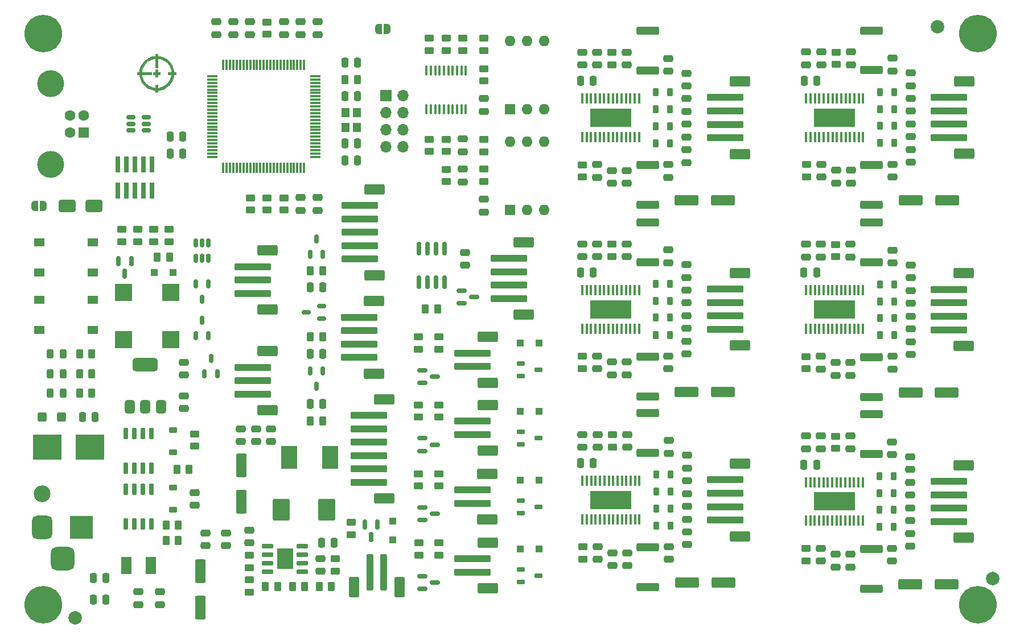
<source format=gbr>
G04 #@! TF.GenerationSoftware,KiCad,Pcbnew,9.0.4*
G04 #@! TF.CreationDate,2025-09-19T17:16:51+02:00*
G04 #@! TF.ProjectId,mobo,6d6f626f-2e6b-4696-9361-645f70636258,REV05*
G04 #@! TF.SameCoordinates,Original*
G04 #@! TF.FileFunction,Soldermask,Top*
G04 #@! TF.FilePolarity,Negative*
%FSLAX46Y46*%
G04 Gerber Fmt 4.6, Leading zero omitted, Abs format (unit mm)*
G04 Created by KiCad (PCBNEW 9.0.4) date 2025-09-19 17:16:51*
%MOMM*%
%LPD*%
G01*
G04 APERTURE LIST*
G04 Aperture macros list*
%AMRoundRect*
0 Rectangle with rounded corners*
0 $1 Rounding radius*
0 $2 $3 $4 $5 $6 $7 $8 $9 X,Y pos of 4 corners*
0 Add a 4 corners polygon primitive as box body*
4,1,4,$2,$3,$4,$5,$6,$7,$8,$9,$2,$3,0*
0 Add four circle primitives for the rounded corners*
1,1,$1+$1,$2,$3*
1,1,$1+$1,$4,$5*
1,1,$1+$1,$6,$7*
1,1,$1+$1,$8,$9*
0 Add four rect primitives between the rounded corners*
20,1,$1+$1,$2,$3,$4,$5,0*
20,1,$1+$1,$4,$5,$6,$7,0*
20,1,$1+$1,$6,$7,$8,$9,0*
20,1,$1+$1,$8,$9,$2,$3,0*%
%AMFreePoly0*
4,1,23,0.500000,-0.750000,0.000000,-0.750000,0.000000,-0.745722,-0.065263,-0.745722,-0.191342,-0.711940,-0.304381,-0.646677,-0.396677,-0.554381,-0.461940,-0.441342,-0.495722,-0.315263,-0.495722,-0.250000,-0.500000,-0.250000,-0.500000,0.250000,-0.495722,0.250000,-0.495722,0.315263,-0.461940,0.441342,-0.396677,0.554381,-0.304381,0.646677,-0.191342,0.711940,-0.065263,0.745722,0.000000,0.745722,
0.000000,0.750000,0.500000,0.750000,0.500000,-0.750000,0.500000,-0.750000,$1*%
%AMFreePoly1*
4,1,23,0.000000,0.745722,0.065263,0.745722,0.191342,0.711940,0.304381,0.646677,0.396677,0.554381,0.461940,0.441342,0.495722,0.315263,0.495722,0.250000,0.500000,0.250000,0.500000,-0.250000,0.495722,-0.250000,0.495722,-0.315263,0.461940,-0.441342,0.396677,-0.554381,0.304381,-0.646677,0.191342,-0.711940,0.065263,-0.745722,0.000000,-0.745722,0.000000,-0.750000,-0.500000,-0.750000,
-0.500000,0.750000,0.000000,0.750000,0.000000,0.745722,0.000000,0.745722,$1*%
G04 Aperture macros list end*
%ADD10C,0.010000*%
%ADD11RoundRect,0.250000X0.250000X0.475000X-0.250000X0.475000X-0.250000X-0.475000X0.250000X-0.475000X0*%
%ADD12RoundRect,0.150000X0.150000X-0.725000X0.150000X0.725000X-0.150000X0.725000X-0.150000X-0.725000X0*%
%ADD13RoundRect,0.250000X-0.550000X1.500000X-0.550000X-1.500000X0.550000X-1.500000X0.550000X1.500000X0*%
%ADD14RoundRect,0.250000X-0.250000X-0.475000X0.250000X-0.475000X0.250000X0.475000X-0.250000X0.475000X0*%
%ADD15RoundRect,0.250000X-2.500000X0.250000X-2.500000X-0.250000X2.500000X-0.250000X2.500000X0.250000X0*%
%ADD16RoundRect,0.250000X-1.250000X0.550000X-1.250000X-0.550000X1.250000X-0.550000X1.250000X0.550000X0*%
%ADD17RoundRect,0.250000X-0.475000X0.250000X-0.475000X-0.250000X0.475000X-0.250000X0.475000X0.250000X0*%
%ADD18RoundRect,0.250000X0.450000X-0.262500X0.450000X0.262500X-0.450000X0.262500X-0.450000X-0.262500X0*%
%ADD19RoundRect,0.250000X-1.500000X-0.550000X1.500000X-0.550000X1.500000X0.550000X-1.500000X0.550000X0*%
%ADD20RoundRect,0.250000X-0.450000X0.262500X-0.450000X-0.262500X0.450000X-0.262500X0.450000X0.262500X0*%
%ADD21RoundRect,0.250000X0.475000X-0.250000X0.475000X0.250000X-0.475000X0.250000X-0.475000X-0.250000X0*%
%ADD22C,5.600000*%
%ADD23R,1.600000X1.600000*%
%ADD24O,1.600000X1.600000*%
%ADD25R,1.500000X2.500000*%
%ADD26RoundRect,0.150000X-0.150000X0.587500X-0.150000X-0.587500X0.150000X-0.587500X0.150000X0.587500X0*%
%ADD27RoundRect,0.250000X-0.300000X-0.300000X0.300000X-0.300000X0.300000X0.300000X-0.300000X0.300000X0*%
%ADD28RoundRect,0.250000X-1.425000X0.362500X-1.425000X-0.362500X1.425000X-0.362500X1.425000X0.362500X0*%
%ADD29RoundRect,0.150000X0.150000X-0.512500X0.150000X0.512500X-0.150000X0.512500X-0.150000X-0.512500X0*%
%ADD30RoundRect,0.162500X-0.447500X-0.162500X0.447500X-0.162500X0.447500X0.162500X-0.447500X0.162500X0*%
%ADD31R,2.500000X2.500000*%
%ADD32RoundRect,0.150000X-0.587500X-0.150000X0.587500X-0.150000X0.587500X0.150000X-0.587500X0.150000X0*%
%ADD33RoundRect,0.218750X-0.218750X-0.381250X0.218750X-0.381250X0.218750X0.381250X-0.218750X0.381250X0*%
%ADD34RoundRect,0.250000X0.262500X0.450000X-0.262500X0.450000X-0.262500X-0.450000X0.262500X-0.450000X0*%
%ADD35RoundRect,0.250000X-0.262500X-0.450000X0.262500X-0.450000X0.262500X0.450000X-0.262500X0.450000X0*%
%ADD36RoundRect,0.250000X1.425000X-0.362500X1.425000X0.362500X-1.425000X0.362500X-1.425000X-0.362500X0*%
%ADD37RoundRect,0.150000X-0.150000X0.825000X-0.150000X-0.825000X0.150000X-0.825000X0.150000X0.825000X0*%
%ADD38FreePoly0,0.000000*%
%ADD39FreePoly1,0.000000*%
%ADD40RoundRect,0.225000X-0.375000X0.225000X-0.375000X-0.225000X0.375000X-0.225000X0.375000X0.225000X0*%
%ADD41C,2.000000*%
%ADD42RoundRect,0.250000X-1.000000X-0.650000X1.000000X-0.650000X1.000000X0.650000X-1.000000X0.650000X0*%
%ADD43RoundRect,0.100000X-0.100000X0.637500X-0.100000X-0.637500X0.100000X-0.637500X0.100000X0.637500X0*%
%ADD44RoundRect,0.250000X-1.000000X1.400000X-1.000000X-1.400000X1.000000X-1.400000X1.000000X1.400000X0*%
%ADD45FreePoly0,180.000000*%
%ADD46FreePoly1,180.000000*%
%ADD47RoundRect,0.150000X0.512500X0.150000X-0.512500X0.150000X-0.512500X-0.150000X0.512500X-0.150000X0*%
%ADD48RoundRect,0.150000X-0.150000X0.512500X-0.150000X-0.512500X0.150000X-0.512500X0.150000X0.512500X0*%
%ADD49R,1.550000X1.300000*%
%ADD50RoundRect,0.250000X0.250000X2.500000X-0.250000X2.500000X-0.250000X-2.500000X0.250000X-2.500000X0*%
%ADD51RoundRect,0.250000X0.550000X1.250000X-0.550000X1.250000X-0.550000X-1.250000X0.550000X-1.250000X0*%
%ADD52R,3.500000X3.500000*%
%ADD53C,2.500000*%
%ADD54RoundRect,0.750000X-0.750000X-1.000000X0.750000X-1.000000X0.750000X1.000000X-0.750000X1.000000X0*%
%ADD55RoundRect,0.875000X-0.875000X-0.875000X0.875000X-0.875000X0.875000X0.875000X-0.875000X0.875000X0*%
%ADD56C,1.600000*%
%ADD57C,4.000000*%
%ADD58RoundRect,0.100000X-0.100000X0.675000X-0.100000X-0.675000X0.100000X-0.675000X0.100000X0.675000X0*%
%ADD59R,6.200000X2.750000*%
%ADD60RoundRect,0.250000X0.400000X0.450000X-0.400000X0.450000X-0.400000X-0.450000X0.400000X-0.450000X0*%
%ADD61RoundRect,0.075000X0.725000X0.075000X-0.725000X0.075000X-0.725000X-0.075000X0.725000X-0.075000X0*%
%ADD62RoundRect,0.075000X0.075000X0.725000X-0.075000X0.725000X-0.075000X-0.725000X0.075000X-0.725000X0*%
%ADD63RoundRect,0.243750X-0.243750X-0.456250X0.243750X-0.456250X0.243750X0.456250X-0.243750X0.456250X0*%
%ADD64RoundRect,0.250000X0.300000X0.300000X-0.300000X0.300000X-0.300000X-0.300000X0.300000X-0.300000X0*%
%ADD65R,2.400000X3.100000*%
%ADD66RoundRect,0.150000X-0.737500X-0.150000X0.737500X-0.150000X0.737500X0.150000X-0.737500X0.150000X0*%
%ADD67RoundRect,0.250000X0.300000X-0.300000X0.300000X0.300000X-0.300000X0.300000X-0.300000X-0.300000X0*%
%ADD68R,0.740000X2.400000*%
%ADD69R,2.350000X3.500000*%
%ADD70R,4.240000X3.810000*%
%ADD71RoundRect,0.150000X-0.150000X0.725000X-0.150000X-0.725000X0.150000X-0.725000X0.150000X0.725000X0*%
%ADD72R,1.700000X1.700000*%
%ADD73O,1.700000X1.700000*%
%ADD74R,1.200000X1.400000*%
%ADD75RoundRect,0.375000X0.375000X-0.625000X0.375000X0.625000X-0.375000X0.625000X-0.375000X-0.625000X0*%
%ADD76RoundRect,0.500000X1.400000X-0.500000X1.400000X0.500000X-1.400000X0.500000X-1.400000X-0.500000X0*%
G04 APERTURE END LIST*
D10*
X88622439Y-60507805D02*
X88626389Y-60687722D01*
X88806305Y-60691671D01*
X88986222Y-60695621D01*
X88986222Y-61018490D01*
X88806305Y-61022439D01*
X88626389Y-61026389D01*
X88622439Y-61206305D01*
X88618490Y-61386222D01*
X88295621Y-61386222D01*
X88291671Y-61206305D01*
X88287722Y-61026389D01*
X88107805Y-61022439D01*
X87927889Y-61018490D01*
X87927889Y-60695621D01*
X88107805Y-60691671D01*
X88287722Y-60687722D01*
X88291671Y-60507805D01*
X88295621Y-60327889D01*
X88618490Y-60327889D01*
X88622439Y-60507805D01*
G36*
X88622439Y-60507805D02*
G01*
X88626389Y-60687722D01*
X88806305Y-60691671D01*
X88986222Y-60695621D01*
X88986222Y-61018490D01*
X88806305Y-61022439D01*
X88626389Y-61026389D01*
X88622439Y-61206305D01*
X88618490Y-61386222D01*
X88295621Y-61386222D01*
X88291671Y-61206305D01*
X88287722Y-61026389D01*
X88107805Y-61022439D01*
X87927889Y-61018490D01*
X87927889Y-60695621D01*
X88107805Y-60691671D01*
X88287722Y-60687722D01*
X88291671Y-60507805D01*
X88295621Y-60327889D01*
X88618490Y-60327889D01*
X88622439Y-60507805D01*
G37*
X88619333Y-58306102D02*
X88713869Y-58315788D01*
X88972960Y-58356461D01*
X89228270Y-58425028D01*
X89479979Y-58521540D01*
X89600055Y-58578050D01*
X89742674Y-58653651D01*
X89869534Y-58731262D01*
X89987813Y-58816129D01*
X90104691Y-58913492D01*
X90227345Y-59028597D01*
X90256554Y-59057557D01*
X90376386Y-59182508D01*
X90477294Y-59300062D01*
X90564522Y-59417398D01*
X90643312Y-59541694D01*
X90718909Y-59680130D01*
X90736061Y-59714055D01*
X90846061Y-59964092D01*
X90928089Y-60217644D01*
X90982199Y-60474891D01*
X90998323Y-60600241D01*
X91008008Y-60694778D01*
X91300444Y-60694778D01*
X91300444Y-61019333D01*
X91007399Y-61019333D01*
X90997535Y-61114583D01*
X90957659Y-61371009D01*
X90891477Y-61621033D01*
X90798236Y-61867208D01*
X90736061Y-62000055D01*
X90660460Y-62142674D01*
X90582848Y-62269534D01*
X90497982Y-62387813D01*
X90400619Y-62504691D01*
X90285514Y-62627345D01*
X90256554Y-62656554D01*
X90131603Y-62776386D01*
X90014049Y-62877294D01*
X89896713Y-62964522D01*
X89772416Y-63043312D01*
X89633980Y-63118909D01*
X89600055Y-63136061D01*
X89350019Y-63246061D01*
X89096466Y-63328089D01*
X88839220Y-63382199D01*
X88713869Y-63398323D01*
X88619333Y-63408008D01*
X88619333Y-63700444D01*
X88294778Y-63700444D01*
X88294778Y-63408008D01*
X88200241Y-63398323D01*
X87941151Y-63357649D01*
X87685840Y-63289083D01*
X87434132Y-63192570D01*
X87314055Y-63136061D01*
X87171437Y-63060460D01*
X87044577Y-62982848D01*
X86926298Y-62897982D01*
X86809420Y-62800619D01*
X86686765Y-62685514D01*
X86657557Y-62656554D01*
X86537725Y-62531603D01*
X86436817Y-62414049D01*
X86349589Y-62296713D01*
X86270798Y-62172416D01*
X86195202Y-62033980D01*
X86178050Y-62000055D01*
X86068050Y-61750019D01*
X85986021Y-61496466D01*
X85931912Y-61239220D01*
X85915788Y-61113869D01*
X85906102Y-61019333D01*
X86244769Y-61019333D01*
X86254476Y-61114583D01*
X86290361Y-61334313D01*
X86352406Y-61554567D01*
X86438889Y-61771475D01*
X86548093Y-61981165D01*
X86678296Y-62179766D01*
X86790199Y-62320858D01*
X86943404Y-62478821D01*
X87118050Y-62623377D01*
X87309457Y-62751804D01*
X87512945Y-62861383D01*
X87723835Y-62949390D01*
X87937446Y-63013106D01*
X88006532Y-63028102D01*
X88079763Y-63042329D01*
X88132120Y-63051925D01*
X88170380Y-63057910D01*
X88201318Y-63061303D01*
X88231713Y-63063125D01*
X88241861Y-63063523D01*
X88294778Y-63065444D01*
X88294778Y-62571555D01*
X88619333Y-62571555D01*
X88619333Y-63069342D01*
X88714583Y-63059635D01*
X88933298Y-63023883D01*
X89152090Y-62962335D01*
X89366909Y-62877114D01*
X89573706Y-62770343D01*
X89768431Y-62644146D01*
X89947033Y-62500645D01*
X90105463Y-62341964D01*
X90123912Y-62320858D01*
X90268922Y-62133270D01*
X90394237Y-61931651D01*
X90498139Y-61719873D01*
X90578907Y-61501808D01*
X90634824Y-61281326D01*
X90659635Y-61114583D01*
X90669342Y-61019333D01*
X90171555Y-61019333D01*
X90171555Y-60694778D01*
X90669342Y-60694778D01*
X90659635Y-60599528D01*
X90623749Y-60379798D01*
X90561705Y-60159544D01*
X90475222Y-59942636D01*
X90366018Y-59732946D01*
X90235814Y-59534345D01*
X90123912Y-59393253D01*
X89968331Y-59232797D01*
X89792063Y-59087253D01*
X89599159Y-58958743D01*
X89393669Y-58849391D01*
X89179643Y-58761319D01*
X88961131Y-58696651D01*
X88742182Y-58657509D01*
X88714583Y-58654476D01*
X88619333Y-58644769D01*
X88619333Y-60059778D01*
X88294778Y-60059778D01*
X88294778Y-58644769D01*
X88199528Y-58654476D01*
X87980813Y-58690228D01*
X87762021Y-58751776D01*
X87547202Y-58836997D01*
X87340405Y-58943767D01*
X87145680Y-59069965D01*
X86967078Y-59213466D01*
X86808648Y-59372147D01*
X86790199Y-59393253D01*
X86645189Y-59580841D01*
X86519874Y-59782460D01*
X86415972Y-59994238D01*
X86335204Y-60212303D01*
X86279287Y-60432784D01*
X86254476Y-60599528D01*
X86244769Y-60694778D01*
X87659778Y-60694778D01*
X87659778Y-61019333D01*
X86244769Y-61019333D01*
X85906102Y-61019333D01*
X85613667Y-61019333D01*
X85613667Y-60694778D01*
X85906102Y-60694778D01*
X85915788Y-60600241D01*
X85956461Y-60341151D01*
X86025028Y-60085840D01*
X86121540Y-59834132D01*
X86178050Y-59714055D01*
X86253651Y-59571437D01*
X86331262Y-59444577D01*
X86416129Y-59326298D01*
X86513492Y-59209420D01*
X86628597Y-59086765D01*
X86657557Y-59057557D01*
X86782508Y-58937725D01*
X86900062Y-58836817D01*
X87017398Y-58749589D01*
X87141694Y-58670798D01*
X87280130Y-58595202D01*
X87314055Y-58578050D01*
X87564092Y-58468050D01*
X87817644Y-58386021D01*
X88074891Y-58331912D01*
X88200241Y-58315788D01*
X88294778Y-58306102D01*
X88294778Y-58013667D01*
X88619333Y-58013667D01*
X88619333Y-58306102D01*
G36*
X88619333Y-58306102D02*
G01*
X88713869Y-58315788D01*
X88972960Y-58356461D01*
X89228270Y-58425028D01*
X89479979Y-58521540D01*
X89600055Y-58578050D01*
X89742674Y-58653651D01*
X89869534Y-58731262D01*
X89987813Y-58816129D01*
X90104691Y-58913492D01*
X90227345Y-59028597D01*
X90256554Y-59057557D01*
X90376386Y-59182508D01*
X90477294Y-59300062D01*
X90564522Y-59417398D01*
X90643312Y-59541694D01*
X90718909Y-59680130D01*
X90736061Y-59714055D01*
X90846061Y-59964092D01*
X90928089Y-60217644D01*
X90982199Y-60474891D01*
X90998323Y-60600241D01*
X91008008Y-60694778D01*
X91300444Y-60694778D01*
X91300444Y-61019333D01*
X91007399Y-61019333D01*
X90997535Y-61114583D01*
X90957659Y-61371009D01*
X90891477Y-61621033D01*
X90798236Y-61867208D01*
X90736061Y-62000055D01*
X90660460Y-62142674D01*
X90582848Y-62269534D01*
X90497982Y-62387813D01*
X90400619Y-62504691D01*
X90285514Y-62627345D01*
X90256554Y-62656554D01*
X90131603Y-62776386D01*
X90014049Y-62877294D01*
X89896713Y-62964522D01*
X89772416Y-63043312D01*
X89633980Y-63118909D01*
X89600055Y-63136061D01*
X89350019Y-63246061D01*
X89096466Y-63328089D01*
X88839220Y-63382199D01*
X88713869Y-63398323D01*
X88619333Y-63408008D01*
X88619333Y-63700444D01*
X88294778Y-63700444D01*
X88294778Y-63408008D01*
X88200241Y-63398323D01*
X87941151Y-63357649D01*
X87685840Y-63289083D01*
X87434132Y-63192570D01*
X87314055Y-63136061D01*
X87171437Y-63060460D01*
X87044577Y-62982848D01*
X86926298Y-62897982D01*
X86809420Y-62800619D01*
X86686765Y-62685514D01*
X86657557Y-62656554D01*
X86537725Y-62531603D01*
X86436817Y-62414049D01*
X86349589Y-62296713D01*
X86270798Y-62172416D01*
X86195202Y-62033980D01*
X86178050Y-62000055D01*
X86068050Y-61750019D01*
X85986021Y-61496466D01*
X85931912Y-61239220D01*
X85915788Y-61113869D01*
X85906102Y-61019333D01*
X86244769Y-61019333D01*
X86254476Y-61114583D01*
X86290361Y-61334313D01*
X86352406Y-61554567D01*
X86438889Y-61771475D01*
X86548093Y-61981165D01*
X86678296Y-62179766D01*
X86790199Y-62320858D01*
X86943404Y-62478821D01*
X87118050Y-62623377D01*
X87309457Y-62751804D01*
X87512945Y-62861383D01*
X87723835Y-62949390D01*
X87937446Y-63013106D01*
X88006532Y-63028102D01*
X88079763Y-63042329D01*
X88132120Y-63051925D01*
X88170380Y-63057910D01*
X88201318Y-63061303D01*
X88231713Y-63063125D01*
X88241861Y-63063523D01*
X88294778Y-63065444D01*
X88294778Y-62571555D01*
X88619333Y-62571555D01*
X88619333Y-63069342D01*
X88714583Y-63059635D01*
X88933298Y-63023883D01*
X89152090Y-62962335D01*
X89366909Y-62877114D01*
X89573706Y-62770343D01*
X89768431Y-62644146D01*
X89947033Y-62500645D01*
X90105463Y-62341964D01*
X90123912Y-62320858D01*
X90268922Y-62133270D01*
X90394237Y-61931651D01*
X90498139Y-61719873D01*
X90578907Y-61501808D01*
X90634824Y-61281326D01*
X90659635Y-61114583D01*
X90669342Y-61019333D01*
X90171555Y-61019333D01*
X90171555Y-60694778D01*
X90669342Y-60694778D01*
X90659635Y-60599528D01*
X90623749Y-60379798D01*
X90561705Y-60159544D01*
X90475222Y-59942636D01*
X90366018Y-59732946D01*
X90235814Y-59534345D01*
X90123912Y-59393253D01*
X89968331Y-59232797D01*
X89792063Y-59087253D01*
X89599159Y-58958743D01*
X89393669Y-58849391D01*
X89179643Y-58761319D01*
X88961131Y-58696651D01*
X88742182Y-58657509D01*
X88714583Y-58654476D01*
X88619333Y-58644769D01*
X88619333Y-60059778D01*
X88294778Y-60059778D01*
X88294778Y-58644769D01*
X88199528Y-58654476D01*
X87980813Y-58690228D01*
X87762021Y-58751776D01*
X87547202Y-58836997D01*
X87340405Y-58943767D01*
X87145680Y-59069965D01*
X86967078Y-59213466D01*
X86808648Y-59372147D01*
X86790199Y-59393253D01*
X86645189Y-59580841D01*
X86519874Y-59782460D01*
X86415972Y-59994238D01*
X86335204Y-60212303D01*
X86279287Y-60432784D01*
X86254476Y-60599528D01*
X86244769Y-60694778D01*
X87659778Y-60694778D01*
X87659778Y-61019333D01*
X86244769Y-61019333D01*
X85906102Y-61019333D01*
X85613667Y-61019333D01*
X85613667Y-60694778D01*
X85906102Y-60694778D01*
X85915788Y-60600241D01*
X85956461Y-60341151D01*
X86025028Y-60085840D01*
X86121540Y-59834132D01*
X86178050Y-59714055D01*
X86253651Y-59571437D01*
X86331262Y-59444577D01*
X86416129Y-59326298D01*
X86513492Y-59209420D01*
X86628597Y-59086765D01*
X86657557Y-59057557D01*
X86782508Y-58937725D01*
X86900062Y-58836817D01*
X87017398Y-58749589D01*
X87141694Y-58670798D01*
X87280130Y-58595202D01*
X87314055Y-58578050D01*
X87564092Y-58468050D01*
X87817644Y-58386021D01*
X88074891Y-58331912D01*
X88200241Y-58315788D01*
X88294778Y-58306102D01*
X88294778Y-58013667D01*
X88619333Y-58013667D01*
X88619333Y-58306102D01*
G37*
D11*
X118350000Y-71310000D03*
X116450000Y-71310000D03*
D12*
X83895000Y-119675000D03*
X85165000Y-119675000D03*
X86435000Y-119675000D03*
X87705000Y-119675000D03*
X87705000Y-114525000D03*
X86435000Y-114525000D03*
X85165000Y-114525000D03*
X83895000Y-114525000D03*
D13*
X95000000Y-135000000D03*
X95000000Y-140400000D03*
D14*
X111300000Y-102650000D03*
X113200000Y-102650000D03*
D15*
X135450000Y-112650000D03*
X135450000Y-114650000D03*
D16*
X137700000Y-110250000D03*
X137700000Y-117050000D03*
D17*
X200575000Y-121750000D03*
X200575000Y-123650000D03*
D15*
X173000000Y-93000000D03*
X173000000Y-95000000D03*
X173000000Y-97000000D03*
X173000000Y-99000000D03*
D16*
X175250000Y-90600000D03*
X175250000Y-101400000D03*
D18*
X137150000Y-57500000D03*
X137150000Y-55675000D03*
D19*
X167300001Y-79800000D03*
X172700001Y-79800000D03*
D17*
X112400000Y-79360000D03*
X112400000Y-81260000D03*
X191700000Y-86312500D03*
X191700000Y-88212500D03*
D20*
X189500000Y-86350001D03*
X189500000Y-88175001D03*
D17*
X200600000Y-93212501D03*
X200600000Y-95112501D03*
D20*
X151850000Y-131375000D03*
X151850000Y-133200000D03*
X137150000Y-75137500D03*
X137150000Y-76962500D03*
D14*
X116450000Y-64310000D03*
X118350000Y-64310000D03*
D15*
X135450000Y-102525000D03*
X135450000Y-104525000D03*
D16*
X137700000Y-100125000D03*
X137700000Y-106925000D03*
D21*
X200625000Y-62712500D03*
X200625000Y-60812500D03*
D22*
X71600000Y-55000000D03*
D15*
X118575000Y-97175000D03*
X118575000Y-99175000D03*
X118575000Y-101175000D03*
X118575000Y-103175000D03*
D16*
X120825000Y-94775000D03*
X120825000Y-105575000D03*
D23*
X141000000Y-66187500D03*
D24*
X143540000Y-66187500D03*
X146080000Y-66187500D03*
X146080000Y-56027500D03*
X143540000Y-56027500D03*
X141000000Y-56027500D03*
D17*
X200600000Y-100812500D03*
X200600000Y-102712500D03*
D15*
X135425000Y-122875000D03*
X135425000Y-124875000D03*
D16*
X137675000Y-120475000D03*
X137675000Y-127275000D03*
D21*
X112400000Y-55125000D03*
X112400000Y-53225000D03*
D14*
X151500000Y-90500001D03*
X153400000Y-90500001D03*
D21*
X167300000Y-98850000D03*
X167300000Y-96950000D03*
D25*
X83950000Y-134100000D03*
X87650000Y-134100000D03*
D26*
X121325000Y-128037500D03*
X119425000Y-128037500D03*
X120375000Y-129912500D03*
D17*
X187300000Y-86312501D03*
X187300000Y-88212501D03*
D21*
X137150000Y-66537500D03*
X137150000Y-64637500D03*
D20*
X130450000Y-130737500D03*
X130450000Y-132562500D03*
D27*
X142550000Y-131650000D03*
X145350000Y-131650000D03*
D28*
X194775000Y-131637500D03*
X194775000Y-137562500D03*
D21*
X151825000Y-116537501D03*
X151825000Y-114637501D03*
D19*
X200575000Y-136900000D03*
X205975000Y-136900000D03*
D20*
X131537500Y-75175000D03*
X131537500Y-77000000D03*
D21*
X167300000Y-70350000D03*
X167300000Y-68450000D03*
D15*
X206300000Y-93050000D03*
X206300000Y-95050000D03*
X206300000Y-97050000D03*
X206300000Y-99050000D03*
D16*
X208550000Y-90650000D03*
X208550000Y-101450000D03*
D29*
X95600000Y-105587500D03*
X97500000Y-105587500D03*
X96550000Y-103312500D03*
D30*
X142627500Y-104050000D03*
X142627500Y-105950000D03*
X145247500Y-105000000D03*
D17*
X134350000Y-87550000D03*
X134350000Y-89450000D03*
D20*
X185100000Y-103050000D03*
X185100000Y-104875000D03*
D15*
X118650000Y-80525000D03*
X118650000Y-82525000D03*
X118650000Y-84525000D03*
X118650000Y-86525000D03*
X118650000Y-88525000D03*
D16*
X120900000Y-78125000D03*
X120900000Y-90925000D03*
D21*
X197875000Y-133450000D03*
X197875000Y-131550000D03*
D31*
X90550000Y-93500000D03*
X83550000Y-93500000D03*
X83550000Y-100500000D03*
X90550000Y-100500000D03*
D32*
X128000000Y-115200000D03*
X128000000Y-117100000D03*
X129875000Y-116150000D03*
D21*
X197900000Y-104912500D03*
X197900000Y-103012500D03*
D14*
X112975000Y-130775000D03*
X114875000Y-130775000D03*
D21*
X164600000Y-76350000D03*
X164600000Y-74450000D03*
D33*
X162737500Y-97250000D03*
X164862500Y-97250000D03*
D17*
X158400000Y-57750000D03*
X158400000Y-59650000D03*
D14*
X111300000Y-92750000D03*
X113200000Y-92750000D03*
D15*
X120075000Y-111775000D03*
X120075000Y-113775000D03*
X120075000Y-115775000D03*
X120075000Y-117775000D03*
X120075000Y-119775000D03*
X120075000Y-121775000D03*
D16*
X122325000Y-109375000D03*
X122325000Y-124175000D03*
D17*
X167300000Y-72250000D03*
X167300000Y-74150000D03*
D19*
X200625001Y-79762500D03*
X206025001Y-79762500D03*
D33*
X162787500Y-125637500D03*
X164912500Y-125637500D03*
D34*
X78812500Y-108500000D03*
X76987500Y-108500000D03*
D21*
X156250000Y-134137500D03*
X156250000Y-132237500D03*
D19*
X167300001Y-108300000D03*
X172700001Y-108300000D03*
D18*
X127437500Y-112062500D03*
X127437500Y-110237500D03*
D21*
X94100000Y-125150000D03*
X94100000Y-123250000D03*
D30*
X142627500Y-114200000D03*
X142627500Y-116100000D03*
X145247500Y-115150000D03*
D15*
X173025000Y-121375000D03*
X173025000Y-123375000D03*
X173025000Y-125375000D03*
X173025000Y-127375000D03*
D16*
X175275000Y-118975000D03*
X175275000Y-129775000D03*
D20*
X156200000Y-86287501D03*
X156200000Y-88112501D03*
D14*
X116450000Y-73810000D03*
X118350000Y-73810000D03*
D35*
X104650000Y-137285000D03*
X106475000Y-137285000D03*
D33*
X162737500Y-94750001D03*
X164862500Y-94750001D03*
D14*
X184800000Y-61962501D03*
X186700000Y-61962501D03*
D17*
X197875000Y-115750000D03*
X197875000Y-117650000D03*
D36*
X161500000Y-88962500D03*
X161500000Y-83037500D03*
D17*
X197900000Y-87212501D03*
X197900000Y-89112501D03*
X191675000Y-114850000D03*
X191675000Y-116750000D03*
D34*
X90362500Y-88250000D03*
X88537500Y-88250000D03*
D18*
X115025000Y-134937500D03*
X115025000Y-133112500D03*
D21*
X102350000Y-55125000D03*
X102350000Y-53225000D03*
D37*
X131267500Y-86975000D03*
X129997500Y-86975000D03*
X128727500Y-86975000D03*
X127457500Y-86975000D03*
X127457500Y-91925000D03*
X128727500Y-91925000D03*
X129997500Y-91925000D03*
X131267500Y-91925000D03*
D33*
X162787500Y-123137501D03*
X164912500Y-123137501D03*
D28*
X161550000Y-131425000D03*
X161550000Y-137350000D03*
D33*
X196062500Y-63662501D03*
X198187500Y-63662501D03*
D38*
X121450000Y-54300000D03*
D39*
X122750000Y-54300000D03*
D28*
X161500000Y-103037500D03*
X161500000Y-108962500D03*
D33*
X162737500Y-92200001D03*
X164862500Y-92200001D03*
D18*
X137150000Y-72562500D03*
X137150000Y-70737500D03*
D20*
X131537500Y-55675000D03*
X131537500Y-57500000D03*
D21*
X137150000Y-81537500D03*
X137150000Y-79637500D03*
D35*
X89887500Y-130400000D03*
X91712500Y-130400000D03*
D21*
X154000000Y-104850000D03*
X154000000Y-102950000D03*
D40*
X90900000Y-122550000D03*
X90900000Y-125850000D03*
D15*
X206325000Y-64450000D03*
X206325000Y-66450000D03*
X206325000Y-68450000D03*
X206325000Y-70450000D03*
D16*
X208575000Y-62050000D03*
X208575000Y-72850000D03*
D36*
X194775000Y-117562500D03*
X194775000Y-111637500D03*
D32*
X128000000Y-105050000D03*
X128000000Y-106950000D03*
X129875000Y-106000000D03*
D41*
X76350000Y-141950000D03*
D33*
X162737500Y-66250001D03*
X164862500Y-66250001D03*
D20*
X130437500Y-100087500D03*
X130437500Y-101912500D03*
D42*
X75150000Y-80650000D03*
X79150000Y-80650000D03*
D17*
X167300000Y-64650001D03*
X167300000Y-66550001D03*
D21*
X200575000Y-119850000D03*
X200575000Y-117950000D03*
D20*
X129037500Y-70675000D03*
X129037500Y-72500000D03*
D17*
X134037500Y-75137500D03*
X134037500Y-77037500D03*
D21*
X191675000Y-134350000D03*
X191675000Y-132450000D03*
D14*
X79050000Y-136000000D03*
X80950000Y-136000000D03*
D21*
X200575000Y-127450000D03*
X200575000Y-125550000D03*
D15*
X173000000Y-64475000D03*
X173000000Y-66475000D03*
X173000000Y-68475000D03*
X173000000Y-70475000D03*
D16*
X175250000Y-62075000D03*
X175250000Y-72875000D03*
D21*
X200600000Y-98912500D03*
X200600000Y-97012500D03*
D20*
X107400000Y-79397500D03*
X107400000Y-81222500D03*
D17*
X154050000Y-114637501D03*
X154050000Y-116537501D03*
D21*
X167300000Y-91250000D03*
X167300000Y-89350000D03*
D35*
X111337500Y-100050000D03*
X113162500Y-100050000D03*
D27*
X142537500Y-101000000D03*
X145337500Y-101000000D03*
D18*
X117375000Y-129537500D03*
X117375000Y-127712500D03*
D33*
X196062500Y-68712500D03*
X198187500Y-68712500D03*
D17*
X167350000Y-129137500D03*
X167350000Y-131037500D03*
D41*
X204650000Y-53950000D03*
D33*
X196062500Y-66212501D03*
X198187500Y-66212501D03*
D20*
X189475000Y-114887500D03*
X189475000Y-116712500D03*
D17*
X197925000Y-58612501D03*
X197925000Y-60512501D03*
D27*
X142537500Y-111150000D03*
X145337500Y-111150000D03*
D15*
X206275000Y-121600000D03*
X206275000Y-123600000D03*
X206275000Y-125600000D03*
X206275000Y-127600000D03*
D16*
X208525000Y-119200000D03*
X208525000Y-130000000D03*
D14*
X151500000Y-118887501D03*
X153400000Y-118887501D03*
D43*
X134462500Y-60475000D03*
X133812500Y-60475000D03*
X133162500Y-60475000D03*
X132512500Y-60475000D03*
X131862500Y-60475000D03*
X131212500Y-60475000D03*
X130562500Y-60475000D03*
X129912500Y-60475000D03*
X129262500Y-60475000D03*
X128612500Y-60475000D03*
X128612500Y-66200000D03*
X129262500Y-66200000D03*
X129912500Y-66200000D03*
X130562500Y-66200000D03*
X131212500Y-66200000D03*
X131862500Y-66200000D03*
X132512500Y-66200000D03*
X133162500Y-66200000D03*
X133812500Y-66200000D03*
X134462500Y-66200000D03*
D21*
X158450000Y-134137500D03*
X158450000Y-132237500D03*
D17*
X200625000Y-72212500D03*
X200625000Y-74112500D03*
D44*
X113762500Y-125835000D03*
X106962500Y-125835000D03*
D45*
X71600000Y-80650000D03*
D46*
X70300000Y-80650000D03*
D21*
X191725000Y-77212500D03*
X191725000Y-75312500D03*
D36*
X161550000Y-117350000D03*
X161550000Y-111425000D03*
D47*
X86937500Y-69350000D03*
X86937500Y-68400000D03*
X86937500Y-67450000D03*
X84662500Y-67450000D03*
X84662500Y-68400000D03*
X84662500Y-69350000D03*
D28*
X194825000Y-74500000D03*
X194825000Y-80425000D03*
D33*
X196012500Y-123350000D03*
X198137500Y-123350000D03*
D21*
X158400000Y-77250000D03*
X158400000Y-75350000D03*
D48*
X113200000Y-105212500D03*
X111300000Y-105212500D03*
X112250000Y-107487500D03*
D49*
X78975000Y-90550000D03*
X71025000Y-90550000D03*
X78975000Y-86050000D03*
X71025000Y-86050000D03*
D21*
X191700000Y-105812500D03*
X191700000Y-103912500D03*
D50*
X122225000Y-135125000D03*
X120225000Y-135125000D03*
D51*
X124625000Y-137375000D03*
X117825000Y-137375000D03*
D14*
X184750000Y-90562501D03*
X186650000Y-90562501D03*
D41*
X212850000Y-136050000D03*
D30*
X142627500Y-124450000D03*
X142627500Y-126350000D03*
X145247500Y-125400000D03*
D33*
X196012500Y-128400000D03*
X198137500Y-128400000D03*
X196037500Y-92262501D03*
X198162500Y-92262501D03*
D17*
X105500000Y-113800000D03*
X105500000Y-115700000D03*
D18*
X83250000Y-85912500D03*
X83250000Y-84087500D03*
D21*
X99850000Y-55100000D03*
X99850000Y-53200000D03*
D47*
X113025000Y-97400000D03*
X113025000Y-95500000D03*
X110750000Y-96450000D03*
D21*
X89000000Y-139950000D03*
X89000000Y-138050000D03*
D52*
X77300000Y-128437500D03*
D53*
X71400000Y-128437500D03*
D54*
X71400000Y-128437500D03*
D55*
X74500000Y-133137500D03*
D53*
X71400000Y-123437500D03*
D17*
X200625000Y-64612501D03*
X200625000Y-66512501D03*
D18*
X127437500Y-101912500D03*
X127437500Y-100087500D03*
D23*
X77587500Y-69675000D03*
D56*
X77587500Y-67175000D03*
X75587500Y-67175000D03*
X75587500Y-69675000D03*
D57*
X72727500Y-74425000D03*
X72727500Y-62425000D03*
D21*
X164600000Y-104850000D03*
X164600000Y-102950000D03*
D20*
X151800000Y-74487500D03*
X151800000Y-76312500D03*
D17*
X112812500Y-133085000D03*
X112812500Y-134985000D03*
D21*
X154000000Y-76350000D03*
X154000000Y-74450000D03*
X187325000Y-76312500D03*
X187325000Y-74412500D03*
D58*
X193525000Y-93187500D03*
X192875000Y-93187500D03*
X192225000Y-93187500D03*
X191575000Y-93187500D03*
X190925000Y-93187500D03*
X190275000Y-93187500D03*
X189625000Y-93187500D03*
X188975000Y-93187500D03*
X188325000Y-93187500D03*
X187675000Y-93187500D03*
X187025000Y-93187500D03*
X186375000Y-93187500D03*
X185725000Y-93187500D03*
X185075000Y-93187500D03*
X185075000Y-98937500D03*
X185725000Y-98937500D03*
X186375000Y-98937500D03*
X187025000Y-98937500D03*
X187675000Y-98937500D03*
X188325000Y-98937500D03*
X188975000Y-98937500D03*
X189625000Y-98937500D03*
X190275000Y-98937500D03*
X190925000Y-98937500D03*
X191575000Y-98937500D03*
X192225000Y-98937500D03*
X192875000Y-98937500D03*
X193525000Y-98937500D03*
D59*
X189300000Y-96062500D03*
D33*
X196037500Y-94812501D03*
X198162500Y-94812501D03*
D60*
X74350000Y-112000000D03*
X71450000Y-112000000D03*
D20*
X102250000Y-132622500D03*
X102250000Y-134447500D03*
D33*
X196012500Y-125850000D03*
X198137500Y-125850000D03*
D21*
X197925000Y-76312500D03*
X197925000Y-74412500D03*
D58*
X193550000Y-64587500D03*
X192900000Y-64587500D03*
X192250000Y-64587500D03*
X191600000Y-64587500D03*
X190950000Y-64587500D03*
X190300000Y-64587500D03*
X189650000Y-64587500D03*
X189000000Y-64587500D03*
X188350000Y-64587500D03*
X187700000Y-64587500D03*
X187050000Y-64587500D03*
X186400000Y-64587500D03*
X185750000Y-64587500D03*
X185100000Y-64587500D03*
X185100000Y-70337500D03*
X185750000Y-70337500D03*
X186400000Y-70337500D03*
X187050000Y-70337500D03*
X187700000Y-70337500D03*
X188350000Y-70337500D03*
X189000000Y-70337500D03*
X189650000Y-70337500D03*
X190300000Y-70337500D03*
X190950000Y-70337500D03*
X191600000Y-70337500D03*
X192250000Y-70337500D03*
X192900000Y-70337500D03*
X193550000Y-70337500D03*
D59*
X189325000Y-67462500D03*
D21*
X109900000Y-55125000D03*
X109900000Y-53225000D03*
D34*
X91712500Y-128100000D03*
X89887500Y-128100000D03*
D11*
X79350000Y-112000000D03*
X77450000Y-112000000D03*
D20*
X156200000Y-57787501D03*
X156200000Y-59612501D03*
X189525000Y-57750001D03*
X189525000Y-59575001D03*
D17*
X187275000Y-114850000D03*
X187275000Y-116750000D03*
D14*
X184750000Y-119100000D03*
X186650000Y-119100000D03*
D21*
X189500000Y-105812500D03*
X189500000Y-103912500D03*
X187300000Y-104912500D03*
X187300000Y-103012500D03*
D48*
X96200000Y-92212500D03*
X94300000Y-92212500D03*
X95250000Y-94487500D03*
D20*
X130437500Y-110237500D03*
X130437500Y-112062500D03*
D35*
X91487500Y-119800000D03*
X93312500Y-119800000D03*
D36*
X161500000Y-60462500D03*
X161500000Y-54537500D03*
D33*
X162737500Y-63700001D03*
X164862500Y-63700001D03*
D34*
X118312500Y-61810000D03*
X116487500Y-61810000D03*
D21*
X185050000Y-116750000D03*
X185050000Y-114850000D03*
D18*
X127450000Y-132562500D03*
X127450000Y-130737500D03*
D21*
X167350000Y-127237500D03*
X167350000Y-125337500D03*
D20*
X134037500Y-55675000D03*
X134037500Y-57500000D03*
D61*
X112075000Y-73310000D03*
X112075000Y-72810000D03*
X112075000Y-72310000D03*
X112075000Y-71810000D03*
X112075000Y-71310000D03*
X112075000Y-70810000D03*
X112075000Y-70310000D03*
X112075000Y-69810000D03*
X112075000Y-69310000D03*
X112075000Y-68810000D03*
X112075000Y-68310000D03*
X112075000Y-67810000D03*
X112075000Y-67310000D03*
X112075000Y-66810000D03*
X112075000Y-66310000D03*
X112075000Y-65810000D03*
X112075000Y-65310000D03*
X112075000Y-64810000D03*
X112075000Y-64310000D03*
X112075000Y-63810000D03*
X112075000Y-63310000D03*
X112075000Y-62810000D03*
X112075000Y-62310000D03*
X112075000Y-61810000D03*
X112075000Y-61310000D03*
D62*
X110400000Y-59635000D03*
X109900000Y-59635000D03*
X109400000Y-59635000D03*
X108900000Y-59635000D03*
X108400000Y-59635000D03*
X107900000Y-59635000D03*
X107400000Y-59635000D03*
X106900000Y-59635000D03*
X106400000Y-59635000D03*
X105900000Y-59635000D03*
X105400000Y-59635000D03*
X104900000Y-59635000D03*
X104400000Y-59635000D03*
X103900000Y-59635000D03*
X103400000Y-59635000D03*
X102900000Y-59635000D03*
X102400000Y-59635000D03*
X101900000Y-59635000D03*
X101400000Y-59635000D03*
X100900000Y-59635000D03*
X100400000Y-59635000D03*
X99900000Y-59635000D03*
X99400000Y-59635000D03*
X98900000Y-59635000D03*
X98400000Y-59635000D03*
D61*
X96725000Y-61310000D03*
X96725000Y-61810000D03*
X96725000Y-62310000D03*
X96725000Y-62810000D03*
X96725000Y-63310000D03*
X96725000Y-63810000D03*
X96725000Y-64310000D03*
X96725000Y-64810000D03*
X96725000Y-65310000D03*
X96725000Y-65810000D03*
X96725000Y-66310000D03*
X96725000Y-66810000D03*
X96725000Y-67310000D03*
X96725000Y-67810000D03*
X96725000Y-68310000D03*
X96725000Y-68810000D03*
X96725000Y-69310000D03*
X96725000Y-69810000D03*
X96725000Y-70310000D03*
X96725000Y-70810000D03*
X96725000Y-71310000D03*
X96725000Y-71810000D03*
X96725000Y-72310000D03*
X96725000Y-72810000D03*
X96725000Y-73310000D03*
D62*
X98400000Y-74985000D03*
X98900000Y-74985000D03*
X99400000Y-74985000D03*
X99900000Y-74985000D03*
X100400000Y-74985000D03*
X100900000Y-74985000D03*
X101400000Y-74985000D03*
X101900000Y-74985000D03*
X102400000Y-74985000D03*
X102900000Y-74985000D03*
X103400000Y-74985000D03*
X103900000Y-74985000D03*
X104400000Y-74985000D03*
X104900000Y-74985000D03*
X105400000Y-74985000D03*
X105900000Y-74985000D03*
X106400000Y-74985000D03*
X106900000Y-74985000D03*
X107400000Y-74985000D03*
X107900000Y-74985000D03*
X108400000Y-74985000D03*
X108900000Y-74985000D03*
X109400000Y-74985000D03*
X109900000Y-74985000D03*
X110400000Y-74985000D03*
D19*
X167350001Y-136687500D03*
X172750001Y-136687500D03*
D21*
X151775000Y-88150001D03*
X151775000Y-86250001D03*
D17*
X164600000Y-87150001D03*
X164600000Y-89050001D03*
D11*
X92350000Y-70310000D03*
X90450000Y-70310000D03*
D63*
X72662500Y-105600000D03*
X74537500Y-105600000D03*
D17*
X98750000Y-129300000D03*
X98750000Y-131200000D03*
X167300000Y-93150001D03*
X167300000Y-95050001D03*
D22*
X210600000Y-140000000D03*
D33*
X196012500Y-120800000D03*
X198137500Y-120800000D03*
D58*
X193500000Y-121725000D03*
X192850000Y-121725000D03*
X192200000Y-121725000D03*
X191550000Y-121725000D03*
X190900000Y-121725000D03*
X190250000Y-121725000D03*
X189600000Y-121725000D03*
X188950000Y-121725000D03*
X188300000Y-121725000D03*
X187650000Y-121725000D03*
X187000000Y-121725000D03*
X186350000Y-121725000D03*
X185700000Y-121725000D03*
X185050000Y-121725000D03*
X185050000Y-127475000D03*
X185700000Y-127475000D03*
X186350000Y-127475000D03*
X187000000Y-127475000D03*
X187650000Y-127475000D03*
X188300000Y-127475000D03*
X188950000Y-127475000D03*
X189600000Y-127475000D03*
X190250000Y-127475000D03*
X190900000Y-127475000D03*
X191550000Y-127475000D03*
X192200000Y-127475000D03*
X192850000Y-127475000D03*
X193500000Y-127475000D03*
D59*
X189275000Y-124600000D03*
D35*
X111337500Y-112650000D03*
X113162500Y-112650000D03*
D34*
X110475000Y-137285000D03*
X108650000Y-137285000D03*
D64*
X90900000Y-90500000D03*
X88100000Y-90500000D03*
D20*
X129037500Y-55675000D03*
X129037500Y-57500000D03*
D65*
X107562500Y-133135000D03*
D66*
X105000000Y-131230000D03*
X105000000Y-132500000D03*
X105000000Y-133770000D03*
X105000000Y-135040000D03*
X110125000Y-135040000D03*
X110125000Y-133770000D03*
X110125000Y-132500000D03*
X110125000Y-131230000D03*
D21*
X97350000Y-55125000D03*
X97350000Y-53225000D03*
X189525000Y-77212500D03*
X189525000Y-75312500D03*
D18*
X88050000Y-85912500D03*
X88050000Y-84087500D03*
D30*
X142640000Y-134700000D03*
X142640000Y-136600000D03*
X145260000Y-135650000D03*
D28*
X194800000Y-103100000D03*
X194800000Y-109025000D03*
D18*
X90350000Y-85912500D03*
X90350000Y-84087500D03*
D17*
X164650000Y-115537501D03*
X164650000Y-117437501D03*
D18*
X104900000Y-81222500D03*
X104900000Y-79397500D03*
D17*
X158450000Y-114637500D03*
X158450000Y-116537500D03*
D33*
X162787500Y-120587501D03*
X164912500Y-120587501D03*
D21*
X85750000Y-139950000D03*
X85750000Y-138050000D03*
D20*
X94100000Y-114537500D03*
X94100000Y-116362500D03*
D21*
X92500000Y-110800000D03*
X92500000Y-108900000D03*
D33*
X196062500Y-71262500D03*
X198187500Y-71262500D03*
D21*
X107400000Y-55125000D03*
X107400000Y-53225000D03*
X154050000Y-133237500D03*
X154050000Y-131337500D03*
D14*
X116450000Y-59310000D03*
X118350000Y-59310000D03*
D33*
X196037500Y-99862500D03*
X198162500Y-99862500D03*
D58*
X160275000Y-121512500D03*
X159625000Y-121512500D03*
X158975000Y-121512500D03*
X158325000Y-121512500D03*
X157675000Y-121512500D03*
X157025000Y-121512500D03*
X156375000Y-121512500D03*
X155725000Y-121512500D03*
X155075000Y-121512500D03*
X154425000Y-121512500D03*
X153775000Y-121512500D03*
X153125000Y-121512500D03*
X152475000Y-121512500D03*
X151825000Y-121512500D03*
X151825000Y-127262500D03*
X152475000Y-127262500D03*
X153125000Y-127262500D03*
X153775000Y-127262500D03*
X154425000Y-127262500D03*
X155075000Y-127262500D03*
X155725000Y-127262500D03*
X156375000Y-127262500D03*
X157025000Y-127262500D03*
X157675000Y-127262500D03*
X158325000Y-127262500D03*
X158975000Y-127262500D03*
X159625000Y-127262500D03*
X160275000Y-127262500D03*
D59*
X156050000Y-124387500D03*
D21*
X200625000Y-70312500D03*
X200625000Y-68412500D03*
D20*
X137150000Y-60175000D03*
X137150000Y-62000000D03*
D29*
X111300000Y-87787500D03*
X113200000Y-87787500D03*
X112250000Y-85512500D03*
D17*
X109900000Y-79360000D03*
X109900000Y-81260000D03*
D36*
X194800000Y-89025000D03*
X194800000Y-83100000D03*
D67*
X123600000Y-130325000D03*
X123600000Y-127525000D03*
D20*
X130437500Y-120487500D03*
X130437500Y-122312500D03*
D17*
X92500000Y-103900000D03*
X92500000Y-105800000D03*
X95750000Y-129300000D03*
X95750000Y-131200000D03*
X167300000Y-100750000D03*
X167300000Y-102650000D03*
D28*
X161500000Y-74537500D03*
X161500000Y-80462500D03*
D20*
X131537500Y-70675000D03*
X131537500Y-72500000D03*
D63*
X72662500Y-108500000D03*
X74537500Y-108500000D03*
D34*
X114475000Y-137285000D03*
X112650000Y-137285000D03*
D17*
X102250000Y-128872500D03*
X102250000Y-130772500D03*
D21*
X156200000Y-105750000D03*
X156200000Y-103850000D03*
D32*
X128000000Y-125450000D03*
X128000000Y-127350000D03*
X129875000Y-126400000D03*
D14*
X151500000Y-62000000D03*
X153400000Y-62000000D03*
D33*
X162737500Y-71300000D03*
X164862500Y-71300000D03*
D68*
X87790000Y-74400000D03*
X87790000Y-78300000D03*
X86520000Y-74400000D03*
X86520000Y-78300000D03*
X85250000Y-74400000D03*
X85250000Y-78300000D03*
X83980000Y-74400000D03*
X83980000Y-78300000D03*
X82710000Y-74400000D03*
X82710000Y-78300000D03*
D17*
X154000000Y-86250001D03*
X154000000Y-88150001D03*
D15*
X102750000Y-89650000D03*
X102750000Y-91650000D03*
X102750000Y-93650000D03*
D16*
X105000000Y-87250000D03*
X105000000Y-96050000D03*
D58*
X160225000Y-64625000D03*
X159575000Y-64625000D03*
X158925000Y-64625000D03*
X158275000Y-64625000D03*
X157625000Y-64625000D03*
X156975000Y-64625000D03*
X156325000Y-64625000D03*
X155675000Y-64625000D03*
X155025000Y-64625000D03*
X154375000Y-64625000D03*
X153725000Y-64625000D03*
X153075000Y-64625000D03*
X152425000Y-64625000D03*
X151775000Y-64625000D03*
X151775000Y-70375000D03*
X152425000Y-70375000D03*
X153075000Y-70375000D03*
X153725000Y-70375000D03*
X154375000Y-70375000D03*
X155025000Y-70375000D03*
X155675000Y-70375000D03*
X156325000Y-70375000D03*
X156975000Y-70375000D03*
X157625000Y-70375000D03*
X158275000Y-70375000D03*
X158925000Y-70375000D03*
X159575000Y-70375000D03*
X160225000Y-70375000D03*
D59*
X156000000Y-67500000D03*
D14*
X111300000Y-110050000D03*
X113200000Y-110050000D03*
D15*
X135450000Y-133150000D03*
X135450000Y-135150000D03*
D16*
X137700000Y-130750000D03*
X137700000Y-137550000D03*
D20*
X151800000Y-102987500D03*
X151800000Y-104812500D03*
D21*
X167300000Y-62750000D03*
X167300000Y-60850000D03*
D17*
X187325000Y-57712501D03*
X187325000Y-59612501D03*
D21*
X151775000Y-59650001D03*
X151775000Y-57750001D03*
D17*
X191725000Y-57712500D03*
X191725000Y-59612500D03*
D58*
X160225000Y-93125000D03*
X159575000Y-93125000D03*
X158925000Y-93125000D03*
X158275000Y-93125000D03*
X157625000Y-93125000D03*
X156975000Y-93125000D03*
X156325000Y-93125000D03*
X155675000Y-93125000D03*
X155025000Y-93125000D03*
X154375000Y-93125000D03*
X153725000Y-93125000D03*
X153075000Y-93125000D03*
X152425000Y-93125000D03*
X151775000Y-93125000D03*
X151775000Y-98875000D03*
X152425000Y-98875000D03*
X153075000Y-98875000D03*
X153725000Y-98875000D03*
X154375000Y-98875000D03*
X155025000Y-98875000D03*
X155675000Y-98875000D03*
X156325000Y-98875000D03*
X156975000Y-98875000D03*
X157625000Y-98875000D03*
X158275000Y-98875000D03*
X158925000Y-98875000D03*
X159575000Y-98875000D03*
X160225000Y-98875000D03*
D59*
X156000000Y-96000000D03*
D69*
X114275000Y-118035000D03*
X108225000Y-118035000D03*
D14*
X79050000Y-139250000D03*
X80950000Y-139250000D03*
D11*
X92350000Y-72810000D03*
X90450000Y-72810000D03*
D48*
X96200000Y-86112500D03*
X95250000Y-86112500D03*
X94300000Y-86112500D03*
X94300000Y-88387500D03*
X95250000Y-88387500D03*
X96200000Y-88387500D03*
D21*
X185075000Y-88212501D03*
X185075000Y-86312501D03*
D17*
X200575000Y-129350000D03*
X200575000Y-131250000D03*
D18*
X102400000Y-81222500D03*
X102400000Y-79397500D03*
D21*
X156200000Y-77250000D03*
X156200000Y-75350000D03*
D22*
X71600000Y-140000000D03*
D18*
X104900000Y-55087500D03*
X104900000Y-53262500D03*
D17*
X158400000Y-86250000D03*
X158400000Y-88150000D03*
D20*
X185075000Y-131587500D03*
X185075000Y-133412500D03*
D33*
X162737500Y-99800000D03*
X164862500Y-99800000D03*
D23*
X141000000Y-81250000D03*
D24*
X143540000Y-81250000D03*
X146080000Y-81250000D03*
X146080000Y-71090000D03*
X143540000Y-71090000D03*
X141000000Y-71090000D03*
D20*
X156250000Y-114675001D03*
X156250000Y-116500001D03*
D21*
X158400000Y-105750000D03*
X158400000Y-103850000D03*
X167350000Y-119637500D03*
X167350000Y-117737500D03*
D17*
X154000000Y-57750001D03*
X154000000Y-59650001D03*
D70*
X72215000Y-116500000D03*
X78585000Y-116500000D03*
D63*
X72662500Y-102600000D03*
X74537500Y-102600000D03*
D15*
X140850000Y-88425000D03*
X140850000Y-90425000D03*
X140850000Y-92425000D03*
X140850000Y-94425000D03*
D16*
X143100000Y-86025000D03*
X143100000Y-96825000D03*
D21*
X187275000Y-133450000D03*
X187275000Y-131550000D03*
D18*
X127437500Y-122312500D03*
X127437500Y-120487500D03*
D32*
X133812500Y-93200000D03*
X133812500Y-95100000D03*
X135687500Y-94150000D03*
D33*
X162737500Y-68750000D03*
X164862500Y-68750000D03*
X196037500Y-97312500D03*
X198162500Y-97312500D03*
D17*
X103250000Y-113769611D03*
X103250000Y-115669611D03*
D71*
X87705000Y-122825000D03*
X86435000Y-122825000D03*
X85165000Y-122825000D03*
X83895000Y-122825000D03*
X83895000Y-127975000D03*
X85165000Y-127975000D03*
X86435000Y-127975000D03*
X87705000Y-127975000D03*
D72*
X122550000Y-64170000D03*
D73*
X125090000Y-64170000D03*
X122550000Y-66710000D03*
X125090000Y-66710000D03*
X122550000Y-69250000D03*
X125090000Y-69250000D03*
X122550000Y-71790000D03*
X125090000Y-71790000D03*
D20*
X102250000Y-136262500D03*
X102250000Y-138087500D03*
D26*
X84700000Y-88812500D03*
X82800000Y-88812500D03*
X83750000Y-90687500D03*
D40*
X90900000Y-113950000D03*
X90900000Y-117250000D03*
D20*
X185125000Y-74450000D03*
X185125000Y-76275000D03*
D36*
X194825000Y-60425000D03*
X194825000Y-54500000D03*
D35*
X111337500Y-90250000D03*
X113162500Y-90250000D03*
D74*
X118250000Y-68910000D03*
X118250000Y-66710000D03*
X116550000Y-66710000D03*
X116550000Y-68910000D03*
D13*
X101062500Y-119235000D03*
X101062500Y-124635000D03*
D17*
X134037500Y-70637500D03*
X134037500Y-72537500D03*
D18*
X85650000Y-85912500D03*
X85650000Y-84087500D03*
D21*
X164650000Y-133237500D03*
X164650000Y-131337500D03*
D75*
X84500000Y-110500000D03*
X86800000Y-110500000D03*
D76*
X86800000Y-104200000D03*
D75*
X89100000Y-110500000D03*
D21*
X189475000Y-134350000D03*
X189475000Y-132450000D03*
D17*
X167350000Y-121537501D03*
X167350000Y-123437501D03*
D34*
X78812500Y-102600000D03*
X76987500Y-102600000D03*
D29*
X94300000Y-99887500D03*
X96200000Y-99887500D03*
X95250000Y-97612500D03*
D27*
X142537500Y-121400000D03*
X145337500Y-121400000D03*
D17*
X101000000Y-113800000D03*
X101000000Y-115700000D03*
D34*
X78812500Y-105600000D03*
X76987500Y-105600000D03*
D32*
X128012500Y-135700000D03*
X128012500Y-137600000D03*
X129887500Y-136650000D03*
D33*
X162787500Y-128187500D03*
X164912500Y-128187500D03*
D19*
X200600001Y-108362500D03*
X206000001Y-108362500D03*
D49*
X71025000Y-94550000D03*
X78975000Y-94550000D03*
X71025000Y-99050000D03*
X78975000Y-99050000D03*
D35*
X128450000Y-95950000D03*
X130275000Y-95950000D03*
D17*
X164600000Y-58650001D03*
X164600000Y-60550001D03*
D21*
X200600000Y-91312500D03*
X200600000Y-89412500D03*
D22*
X210600000Y-55000000D03*
D15*
X102750000Y-104650000D03*
X102750000Y-106650000D03*
X102750000Y-108650000D03*
D16*
X105000000Y-102250000D03*
X105000000Y-111050000D03*
D21*
X185100000Y-59612501D03*
X185100000Y-57712501D03*
M02*

</source>
